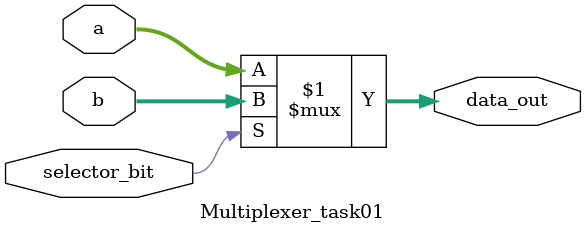
<source format=v>
`timescale 1ns / 1ps


module Multiplexer_task01(
    input[63:0] a,//input a (64 bits)
    input[63:0] b,//input b (64 bits)
    input selector_bit, //selection bit 
    output[63:0] data_out
    );
    
   assign data_out = selector_bit? b:a; 
   //If selection bit is 1, output is b. 
   //If selection but is 0, output is a. 
endmodule

</source>
